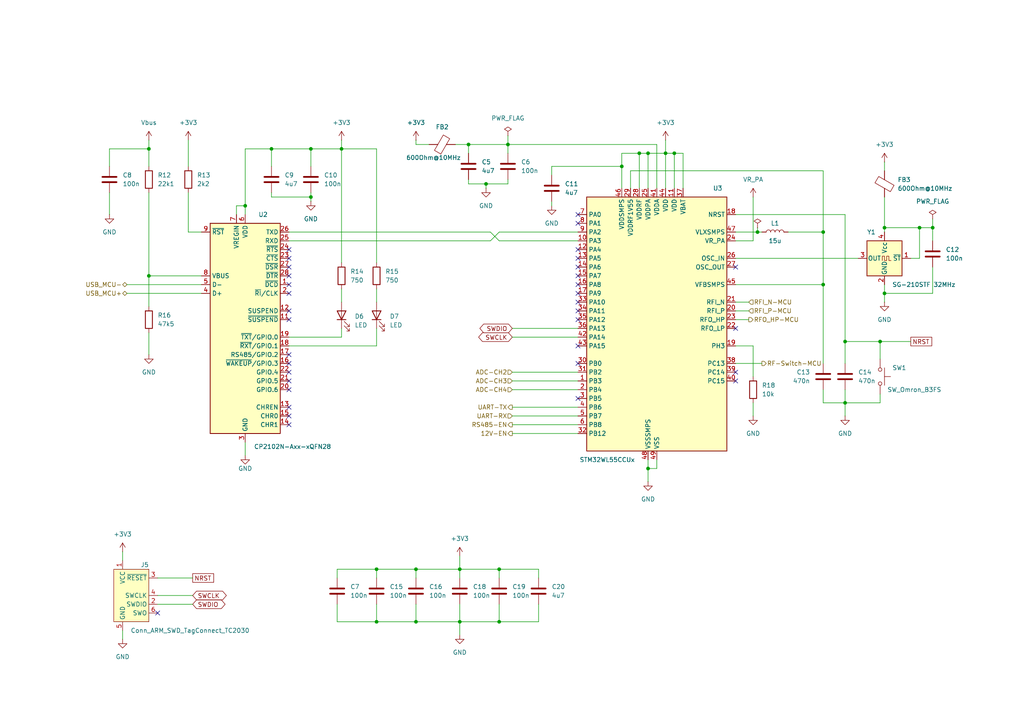
<source format=kicad_sch>
(kicad_sch (version 20250114) (generator "eeschema") (generator_version "9.0")
  (paper "A4")
  (lib_symbols
    (symbol "Connector:Conn_ARM_SWD_TagConnect_TC2030" (in_bom no)
      (property "Reference" "J" (at 2.54 11.43 0))
      (property "Value" "Conn_ARM_SWD_TagConnect_TC2030" (at 5.08 8.89 0))
      (symbol "Conn_ARM_SWD_TagConnect_TC2030_0_0"
        (pin power_in line (at -2.54 10.16 270) (length 2.54) (name "VCC") (number "1"))
        (pin power_in line (at -2.54 -10.16 90) (length 2.54) (name "GND") (number "5"))
        (pin open_collector line (at 7.62 5.08 180) (length 2.54) (name "~{RESET}") (number "3"))
        (pin output line (at 7.62 0 180) (length 2.54) (name "SWCLK") (number "4"))
        (pin bidirectional line (at 7.62 -2.54 180) (length 2.54) (name "SWDIO") (number "2"))
        (pin input line (at 7.62 -5.08 180) (length 2.54) (name "SWO") (number "6"))
      )
      (symbol "Conn_ARM_SWD_TagConnect_TC2030_0_1"
        (rectangle (start -5.08 7.62) (end 5.08 -7.62) (fill (type background)))
      )
    )
    (symbol "Device:C" (pin_numbers (hide yes)) (pin_names (offset 0.254))
      (property "Reference" "C" (at 0.635 2.54 0))
      (property "Value" "C" (at 0.635 -2.54 0))
      (symbol "C_0_1"
        (polyline (pts (xy -2.032 0.762) (xy 2.032 0.762)) (stroke (width 0.508)))
        (polyline (pts (xy -2.032 -0.762) (xy 2.032 -0.762)) (stroke (width 0.508)))
      )
      (symbol "C_1_1"
        (pin passive line (at 0 3.81 270) (length 2.794) (name "~") (number "1"))
        (pin passive line (at 0 -3.81 90) (length 2.794) (name "~") (number "2"))
      )
    )
    (symbol "Device:FerriteBead" (pin_numbers (hide yes)) (pin_names (offset 0))
      (property "Reference" "FB" (at -3.81 0.635 90))
      (property "Value" "FerriteBead" (at 3.81 0 90))
      (symbol "FerriteBead_0_1"
        (polyline (pts (xy -2.7686 0.4064) (xy -1.7018 2.2606) (xy 2.7686 -0.3048) (xy 1.6764 -2.159) (xy -2.7686 0.4064)))
        (polyline (pts (xy 0 1.27) (xy 0 1.2954)))
        (polyline (pts (xy 0 -1.27) (xy 0 -1.2192)))
      )
      (symbol "FerriteBead_1_1"
        (pin passive line (at 0 3.81 270) (length 2.54) (name "~") (number "1"))
        (pin passive line (at 0 -3.81 90) (length 2.54) (name "~") (number "2"))
      )
    )
    (symbol "Device:L" (pin_numbers (hide yes)) (pin_names (offset 1.016) (hide yes))
      (property "Reference" "L" (at -1.27 0 90))
      (property "Value" "L" (at 1.905 0 90))
      (symbol "L_0_1"
        (arc (start 0 2.54) (mid 0.6323 1.905) (end 0 1.27))
        (arc (start 0 1.27) (mid 0.6323 0.635) (end 0 0))
        (arc (start 0 0) (mid 0.6323 -0.635) (end 0 -1.27))
        (arc (start 0 -1.27) (mid 0.6323 -1.905) (end 0 -2.54))
      )
      (symbol "L_1_1"
        (pin passive line (at 0 3.81 270) (length 1.27) (name "1") (number "1"))
        (pin passive line (at 0 -3.81 90) (length 1.27) (name "2") (number "2"))
      )
    )
    (symbol "Device:LED" (pin_numbers (hide yes)) (pin_names (offset 1.016) (hide yes))
      (property "Reference" "D" (at 0 2.54 0))
      (property "Value" "LED" (at 0 -2.54 0))
      (symbol "LED_0_1"
        (polyline (pts (xy -3.048 -0.762) (xy -4.572 -2.286) (xy -3.81 -2.286) (xy -4.572 -2.286) (xy -4.572 -1.524)))
        (polyline (pts (xy -1.778 -0.762) (xy -3.302 -2.286) (xy -2.54 -2.286) (xy -3.302 -2.286) (xy -3.302 -1.524)))
        (polyline (pts (xy -1.27 0) (xy 1.27 0)))
        (polyline (pts (xy -1.27 -1.27) (xy -1.27 1.27)) (stroke (width 0.254)))
        (polyline (pts (xy 1.27 -1.27) (xy 1.27 1.27) (xy -1.27 0) (xy 1.27 -1.27)) (stroke (width 0.254)))
      )
      (symbol "LED_1_1"
        (pin passive line (at -3.81 0 0) (length 2.54) (name "K") (number "1"))
        (pin passive line (at 3.81 0 180) (length 2.54) (name "A") (number "2"))
      )
    )
    (symbol "Device:R" (pin_numbers (hide yes)) (pin_names (offset 0))
      (property "Reference" "R" (at 2.032 0 90))
      (property "Value" "R" (at 0 0 90))
      (symbol "R_0_1"
        (rectangle (start -1.016 -2.54) (end 1.016 2.54) (stroke (width 0.254)))
      )
      (symbol "R_1_1"
        (pin passive line (at 0 3.81 270) (length 1.27) (name "~") (number "1"))
        (pin passive line (at 0 -3.81 90) (length 1.27) (name "~") (number "2"))
      )
    )
    (symbol "FerriteBead_1" (pin_numbers (hide yes)) (pin_names (offset 0))
      (property "Reference" "FB2" (at 5.08 0 90))
      (property "Value" "600Ohm@10MHz" (at -3.81 2.54 90))
      (symbol "FerriteBead_1_0_1"
        (polyline (pts (xy -2.7686 0.4064) (xy -1.7018 2.2606) (xy 2.7686 -0.3048) (xy 1.6764 -2.159) (xy -2.7686 0.4064)))
        (polyline (pts (xy 0 1.27) (xy 0 1.2954)))
        (polyline (pts (xy 0 -1.27) (xy 0 -1.2192)))
      )
      (symbol "FerriteBead_1_1_1"
        (pin passive line (at 0 3.81 270) (length 2.54) (name "~") (number "1"))
        (pin passive line (at 0 -3.81 90) (length 2.54) (name "~") (number "2"))
      )
    )
    (symbol "Interface_USB:CP2102N-Axx-xQFN28"
      (property "Reference" "U" (at -8.89 31.75 0))
      (property "Value" "CP2102N-Axx-xQFN28" (at 12.7 31.75 0))
      (symbol "CP2102N-Axx-xQFN28_0_1"
        (rectangle (start -10.16 30.48) (end 10.16 -30.48) (stroke (width 0.254)) (fill (type background)))
      )
      (symbol "CP2102N-Axx-xQFN28_1_1"
        (pin input line (at -12.7 27.94 0) (length 2.54) (name "~{RST}") (number "9"))
        (pin input line (at -12.7 15.24 0) (length 2.54) (name "VBUS") (number "8"))
        (pin bidirectional line (at -12.7 12.7 0) (length 2.54) (name "D-") (number "5"))
        (pin bidirectional line (at -12.7 10.16 0) (length 2.54) (name "D+") (number "4"))
        (pin no_connect line (at -10.16 -27.94 0) (length 2.54) (hide yes) (name "NC") (number "10"))
        (pin power_in line (at -2.54 33.02 270) (length 2.54) (name "VREGIN") (number "7"))
        (pin power_in line (at 0 33.02 270) (length 2.54) (name "VDD") (number "6"))
        (pin passive line (at 0 -33.02 90) (length 2.54) (hide yes) (name "GND") (number "29"))
        (pin power_in line (at 0 -33.02 90) (length 2.54) (name "GND") (number "3"))
        (pin output line (at 12.7 27.94 180) (length 2.54) (name "TXD") (number "26"))
        (pin input line (at 12.7 25.4 180) (length 2.54) (name "RXD") (number "25"))
        (pin output line (at 12.7 22.86 180) (length 2.54) (name "~{RTS}") (number "24"))
        (pin input line (at 12.7 20.32 180) (length 2.54) (name "~{CTS}") (number "23"))
        (pin input line (at 12.7 17.78 180) (length 2.54) (name "~{DSR}") (number "27"))
        (pin output line (at 12.7 15.24 180) (length 2.54) (name "~{DTR}") (number "28"))
        (pin input line (at 12.7 12.7 180) (length 2.54) (name "~{DCD}") (number "1"))
        (pin bidirectional line (at 12.7 10.16 180) (length 2.54) (name "~{RI}/CLK") (number "2"))
        (pin output line (at 12.7 5.08 180) (length 2.54) (name "SUSPEND") (number "12"))
        (pin output line (at 12.7 2.54 180) (length 2.54) (name "~{SUSPEND}") (number "11"))
        (pin bidirectional line (at 12.7 -2.54 180) (length 2.54) (name "~{TXT}/GPIO.0") (number "19"))
        (pin bidirectional line (at 12.7 -5.08 180) (length 2.54) (name "~{RXT}/GPIO.1") (number "18"))
        (pin bidirectional line (at 12.7 -7.62 180) (length 2.54) (name "RS485/GPIO.2") (number "17"))
        (pin bidirectional line (at 12.7 -10.16 180) (length 2.54) (name "~{WAKEUP}/GPIO.3") (number "16"))
        (pin bidirectional line (at 12.7 -12.7 180) (length 2.54) (name "GPIO.4") (number "22"))
        (pin bidirectional line (at 12.7 -15.24 180) (length 2.54) (name "GPIO.5") (number "21"))
        (pin bidirectional line (at 12.7 -17.78 180) (length 2.54) (name "GPIO.6") (number "20"))
        (pin output line (at 12.7 -22.86 180) (length 2.54) (name "CHREN") (number "13"))
        (pin output line (at 12.7 -25.4 180) (length 2.54) (name "CHR0") (number "15"))
        (pin output line (at 12.7 -27.94 180) (length 2.54) (name "CHR1") (number "14"))
      )
    )
    (symbol "MCU_ST_STM32WL:STM32WL55CCUx"
      (property "Reference" "U3" (at -19.05 40.64 0))
      (property "Value" "STM32WL55CCUx" (at 6.35 -38.1 0))
      (symbol "STM32WL55CCUx_0_1"
        (rectangle (start -20.32 -35.56) (end 20.32 38.1) (stroke (width 0.254)) (fill (type background)))
      )
      (symbol "STM32WL55CCUx_1_1"
        (pin input line (at -22.86 33.02 0) (length 2.54) (name "NRST") (number "18"))
        (pin power_in line (at -22.86 27.94 0) (length 2.54) (name "VLXSMPS") (number "47"))
        (pin power_out line (at -22.86 25.4 0) (length 2.54) (name "VR_PA") (number "24"))
        (pin input line (at -22.86 20.32 0) (length 2.54) (name "OSC_IN") (number "26"))
        (pin input line (at -22.86 17.78 0) (length 2.54) (name "OSC_OUT") (number "27"))
        (pin power_out line (at -22.86 12.7 0) (length 2.54) (name "VFBSMPS") (number "45"))
        (pin bidirectional line (at -22.86 7.62 0) (length 2.54) (name "RFI_N") (number "21"))
        (pin bidirectional line (at -22.86 5.08 0) (length 2.54) (name "RFI_P") (number "20"))
        (pin bidirectional line (at -22.86 2.54 0) (length 2.54) (name "RFO_HP") (number "23"))
        (pin bidirectional line (at -22.86 0 0) (length 2.54) (name "RFO_LP") (number "22"))
        (pin bidirectional line (at -22.86 -5.08 0) (length 2.54) (name "PH3") (number "19"))
        (pin bidirectional line (at -22.86 -10.16 0) (length 2.54) (name "PC13") (number "38"))
        (pin bidirectional line (at -22.86 -12.7 0) (length 2.54) (name "PC14") (number "39"))
        (pin bidirectional line (at -22.86 -15.24 0) (length 2.54) (name "PC15") (number "40"))
        (pin power_in line (at -7.62 40.64 270) (length 2.54) (name "VBAT") (number "37"))
        (pin power_in line (at -5.08 40.64 270) (length 2.54) (name "VDD") (number "11"))
        (pin power_in line (at -2.54 40.64 270) (length 2.54) (name "VDD") (number "44"))
        (pin power_in line (at 0 40.64 270) (length 2.54) (name "VDDA") (number "41"))
        (pin power_in line (at 0 -38.1 90) (length 2.54) (name "VSS") (number "49"))
        (pin power_in line (at 2.54 40.64 270) (length 2.54) (name "VDDPA") (number "25"))
        (pin power_in line (at 2.54 -38.1 90) (length 2.54) (name "VSSSMPS") (number "48"))
        (pin power_in line (at 5.08 40.64 270) (length 2.54) (name "VDDRF") (number "28"))
        (pin power_in line (at 7.62 40.64 270) (length 2.54) (name "VDDRF1V55") (number "29"))
        (pin power_in line (at 10.16 40.64 270) (length 2.54) (name "VDDSMPS") (number "46"))
        (pin bidirectional line (at 22.86 33.02 180) (length 2.54) (name "PA0") (number "7"))
        (pin bidirectional line (at 22.86 30.48 180) (length 2.54) (name "PA1") (number "8"))
        (pin bidirectional line (at 22.86 27.94 180) (length 2.54) (name "PA2") (number "9"))
        (pin bidirectional line (at 22.86 25.4 180) (length 2.54) (name "PA3") (number "10"))
        (pin bidirectional line (at 22.86 22.86 180) (length 2.54) (name "PA4") (number "12"))
        (pin bidirectional line (at 22.86 20.32 180) (length 2.54) (name "PA5") (number "13"))
        (pin bidirectional line (at 22.86 17.78 180) (length 2.54) (name "PA6") (number "14"))
        (pin bidirectional line (at 22.86 15.24 180) (length 2.54) (name "PA7") (number "15"))
        (pin bidirectional line (at 22.86 12.7 180) (length 2.54) (name "PA8") (number "16"))
        (pin bidirectional line (at 22.86 10.16 180) (length 2.54) (name "PA9") (number "17"))
        (pin bidirectional line (at 22.86 7.62 180) (length 2.54) (name "PA10") (number "33"))
        (pin bidirectional line (at 22.86 5.08 180) (length 2.54) (name "PA11") (number "34"))
        (pin bidirectional line (at 22.86 2.54 180) (length 2.54) (name "PA12") (number "35"))
        (pin bidirectional line (at 22.86 0 180) (length 2.54) (name "PA13") (number "36"))
        (pin bidirectional line (at 22.86 -2.54 180) (length 2.54) (name "PA14") (number "42"))
        (pin bidirectional line (at 22.86 -5.08 180) (length 2.54) (name "PA15") (number "43"))
        (pin bidirectional line (at 22.86 -10.16 180) (length 2.54) (name "PB0") (number "30"))
        (pin bidirectional line (at 22.86 -12.7 180) (length 2.54) (name "PB2") (number "31"))
        (pin bidirectional line (at 22.86 -15.24 180) (length 2.54) (name "PB3") (number "1"))
        (pin bidirectional line (at 22.86 -17.78 180) (length 2.54) (name "PB4") (number "2"))
        (pin bidirectional line (at 22.86 -20.32 180) (length 2.54) (name "PB5") (number "3"))
        (pin bidirectional line (at 22.86 -22.86 180) (length 2.54) (name "PB6") (number "4"))
        (pin bidirectional line (at 22.86 -25.4 180) (length 2.54) (name "PB7") (number "5"))
        (pin bidirectional line (at 22.86 -27.94 180) (length 2.54) (name "PB8") (number "6"))
        (pin bidirectional line (at 22.86 -30.48 180) (length 2.54) (name "PB12") (number "32"))
      )
    )
    (symbol "Oscillator:SG-210STF" (pin_names (offset 0.254))
      (property "Reference" "Y" (at -5.08 6.35 0))
      (property "Value" "SG-210STF" (at 1.27 -6.35 0))
      (symbol "SG-210STF_0_1"
        (rectangle (start -5.08 5.08) (end 5.08 -5.08) (stroke (width 0.254)) (fill (type background)))
        (polyline (pts (xy -1.905 -0.635) (xy -1.27 -0.635) (xy -1.27 0.635) (xy -0.635 0.635) (xy -0.635 -0.635) (xy 0 -0.635) (xy 0 0.635) (xy 0.635 0.635) (xy 0.635 -0.635)))
      )
      (symbol "SG-210STF_1_1"
        (pin input line (at -7.62 0 0) (length 2.54) (name "~{ST}") (number "1"))
        (pin power_in line (at 0 7.62 270) (length 2.54) (name "Vcc") (number "4"))
        (pin power_in line (at 0 -7.62 90) (length 2.54) (name "GND") (number "2"))
        (pin output line (at 7.62 0 180) (length 2.54) (name "OUT") (number "3"))
      )
    )
    (symbol "Switch:SW_Omron_B3FS" (pin_numbers (hide yes)) (pin_names (offset 1.016) (hide yes))
      (property "Reference" "SW" (at 1.27 2.54 0))
      (property "Value" "SW_Omron_B3FS" (at 0 -1.524 0))
      (symbol "SW_Omron_B3FS_0_1"
        (circle (center -2.032 0) (radius 0.508))
        (polyline (pts (xy 0 1.27) (xy 0 3.048)))
        (circle (center 2.032 0) (radius 0.508))
        (polyline (pts (xy 2.54 1.27) (xy -2.54 1.27)))
        (pin passive line (at -5.08 0 0) (length 2.54) (name "1") (number "1"))
        (pin passive line (at 5.08 0 180) (length 2.54) (name "2") (number "2"))
      )
    )
    (symbol "power:+5V" (power) (pin_numbers (hide yes)) (pin_names (offset 0) (hide yes))
      (property "Value" "+5V" (at 0 3.556 0))
      (symbol "+5V_0_1"
        (polyline (pts (xy -0.762 1.27) (xy 0 2.54)))
        (polyline (pts (xy 0 2.54) (xy 0.762 1.27)))
        (polyline (pts (xy 0 0) (xy 0 2.54)))
      )
      (symbol "+5V_1_1"
        (pin power_in line (at 0 0 90) (length 0) (name "~") (number "1"))
      )
    )
    (symbol "power:GND" (power) (pin_numbers (hide yes)) (pin_names (offset 0) (hide yes))
      (property "Value" "GND" (at 0 -3.81 0))
      (symbol "GND_0_1"
        (polyline (pts (xy 0 0) (xy 0 -1.27) (xy 1.27 -1.27) (xy 0 -2.54) (xy -1.27 -1.27) (xy 0 -1.27)))
      )
      (symbol "GND_1_1"
        (pin power_in line (at 0 0 270) (length 0) (name "~") (number "1"))
      )
    )
    (symbol "power:PWR_FLAG" (power) (pin_numbers (hide yes)) (pin_names (offset 0) (hide yes))
      (property "Value" "PWR_FLAG" (at 0 3.81 0))
      (symbol "PWR_FLAG_0_0"
        (pin power_out line (at 0 0 90) (length 0) (name "~") (number "1"))
      )
      (symbol "PWR_FLAG_0_1"
        (polyline (pts (xy 0 0) (xy 0 1.27) (xy -1.016 1.905) (xy 0 2.54) (xy 1.016 1.905) (xy 0 1.27)))
      )
    )
  )
  (junction (at 135.89 41.91))
  (junction (at 133.35 180.34))
  (junction (at 140.97 53.34))
  (junction (at 78.74 43.18))
  (junction (at 185.42 44.45))
  (junction (at 109.22 165.1))
  (junction (at 144.78 165.1))
  (junction (at 245.11 99.06))
  (junction (at 266.7 66.04))
  (junction (at 120.65 165.1))
  (junction (at 147.32 41.91))
  (junction (at 187.96 135.89))
  (junction (at 90.17 43.18))
  (junction (at 99.06 43.18))
  (junction (at 193.04 44.45))
  (junction (at 256.54 66.04))
  (junction (at 238.76 82.55))
  (junction (at 255.27 99.06))
  (junction (at 133.35 165.1))
  (junction (at 144.78 180.34))
  (junction (at 219.71 67.31))
  (junction (at 90.17 57.15))
  (junction (at 120.65 180.34))
  (junction (at 270.51 66.04))
  (junction (at 71.12 59.69))
  (junction (at 187.96 44.45))
  (junction (at 180.34 48.26))
  (junction (at 109.22 180.34))
  (junction (at 256.54 85.09))
  (junction (at 43.18 80.01))
  (junction (at 245.11 116.84))
  (junction (at 238.76 67.31))
  (junction (at 195.58 44.45))
  (junction (at 43.18 43.18))
  (no_connect (at 167.64 62.23))
  (no_connect (at 83.82 110.49))
  (no_connect (at 167.64 92.71))
  (no_connect (at 167.64 100.33))
  (no_connect (at 213.36 107.95))
  (no_connect (at 83.82 92.71))
  (no_connect (at 83.82 120.65))
  (no_connect (at 83.82 105.41))
  (no_connect (at 213.36 77.47))
  (no_connect (at 83.82 85.09))
  (no_connect (at 167.64 77.47))
  (no_connect (at 213.36 110.49))
  (no_connect (at 167.64 72.39))
  (no_connect (at 167.64 85.09))
  (no_connect (at 83.82 102.87))
  (no_connect (at 167.64 74.93))
  (no_connect (at 83.82 118.11))
  (no_connect (at 83.82 72.39))
  (no_connect (at 167.64 64.77))
  (no_connect (at 83.82 123.19))
  (no_connect (at 83.82 107.95))
  (no_connect (at 167.64 87.63))
  (no_connect (at 45.72 177.8))
  (no_connect (at 213.36 95.25))
  (no_connect (at 167.64 82.55))
  (no_connect (at 83.82 90.17))
  (no_connect (at 83.82 80.01))
  (no_connect (at 83.82 77.47))
  (no_connect (at 167.64 90.17))
  (no_connect (at 167.64 80.01))
  (no_connect (at 83.82 113.03))
  (no_connect (at 167.64 105.41))
  (no_connect (at 83.82 82.55))
  (no_connect (at 167.64 115.57))
  (no_connect (at 83.82 74.93))
  (wire (pts (xy 198.12 54.61) (xy 198.12 44.45)))
  (wire (pts (xy 218.44 57.15) (xy 218.44 69.85)))
  (wire (pts (xy 245.11 116.84) (xy 245.11 120.65)))
  (wire (pts (xy 266.7 74.93) (xy 266.7 66.04)))
  (wire (pts (xy 90.17 55.88) (xy 90.17 57.15)))
  (wire (pts (xy 213.36 90.17) (xy 217.17 90.17)))
  (wire (pts (xy 195.58 44.45) (xy 193.04 44.45)))
  (wire (pts (xy 109.22 43.18) (xy 109.22 76.2)))
  (wire (pts (xy 148.59 97.79) (xy 167.64 97.79)))
  (wire (pts (xy 245.11 99.06) (xy 245.11 105.41)))
  (wire (pts (xy 185.42 44.45) (xy 187.96 44.45)))
  (wire (pts (xy 193.04 40.64) (xy 193.04 44.45)))
  (wire (pts (xy 187.96 44.45) (xy 193.04 44.45)))
  (wire (pts (xy 99.06 40.64) (xy 99.06 43.18)))
  (wire (pts (xy 270.51 66.04) (xy 266.7 66.04)))
  (wire (pts (xy 109.22 165.1) (xy 120.65 165.1)))
  (wire (pts (xy 198.12 44.45) (xy 195.58 44.45)))
  (wire (pts (xy 45.72 172.72) (xy 55.88 172.72)))
  (wire (pts (xy 68.58 62.23) (xy 68.58 59.69)))
  (wire (pts (xy 99.06 43.18) (xy 109.22 43.18)))
  (wire (pts (xy 148.59 125.73) (xy 167.64 125.73)))
  (wire (pts (xy 245.11 62.23) (xy 245.11 99.06)))
  (wire (pts (xy 78.74 57.15) (xy 90.17 57.15)))
  (wire (pts (xy 255.27 116.84) (xy 245.11 116.84)))
  (wire (pts (xy 140.97 53.34) (xy 140.97 54.61)))
  (wire (pts (xy 109.22 167.64) (xy 109.22 165.1)))
  (wire (pts (xy 71.12 128.27) (xy 71.12 132.08)))
  (wire (pts (xy 133.35 180.34) (xy 144.78 180.34)))
  (wire (pts (xy 147.32 53.34) (xy 140.97 53.34)))
  (wire (pts (xy 54.61 40.64) (xy 54.61 48.26)))
  (wire (pts (xy 71.12 43.18) (xy 71.12 59.69)))
  (wire (pts (xy 228.6 67.31) (xy 238.76 67.31)))
  (wire (pts (xy 213.36 87.63) (xy 217.17 87.63)))
  (wire (pts (xy 135.89 41.91) (xy 147.32 41.91)))
  (wire (pts (xy 180.34 48.26) (xy 180.34 44.45)))
  (wire (pts (xy 99.06 83.82) (xy 99.06 87.63)))
  (wire (pts (xy 160.02 50.8) (xy 160.02 48.26)))
  (wire (pts (xy 135.89 41.91) (xy 135.89 44.45)))
  (wire (pts (xy 132.08 41.91) (xy 135.89 41.91)))
  (wire (pts (xy 43.18 80.01) (xy 58.42 80.01)))
  (wire (pts (xy 78.74 55.88) (xy 78.74 57.15)))
  (wire (pts (xy 99.06 43.18) (xy 99.06 76.2)))
  (wire (pts (xy 245.11 116.84) (xy 238.76 116.84)))
  (wire (pts (xy 270.51 77.47) (xy 270.51 85.09)))
  (wire (pts (xy 90.17 57.15) (xy 90.17 58.42)))
  (wire (pts (xy 54.61 67.31) (xy 58.42 67.31)))
  (wire (pts (xy 135.89 52.07) (xy 135.89 53.34)))
  (wire (pts (xy 36.83 85.09) (xy 58.42 85.09)))
  (wire (pts (xy 156.21 180.34) (xy 156.21 175.26)))
  (wire (pts (xy 219.71 66.04) (xy 219.71 67.31)))
  (wire (pts (xy 120.65 41.91) (xy 120.65 40.64)))
  (wire (pts (xy 97.79 165.1) (xy 109.22 165.1)))
  (wire (pts (xy 255.27 99.06) (xy 264.16 99.06)))
  (wire (pts (xy 43.18 43.18) (xy 43.18 48.26)))
  (wire (pts (xy 144.78 69.85) (xy 167.64 69.85)))
  (wire (pts (xy 78.74 43.18) (xy 90.17 43.18)))
  (wire (pts (xy 213.36 82.55) (xy 238.76 82.55)))
  (wire (pts (xy 109.22 100.33) (xy 83.82 100.33)))
  (wire (pts (xy 120.65 165.1) (xy 133.35 165.1)))
  (wire (pts (xy 213.36 69.85) (xy 218.44 69.85)))
  (wire (pts (xy 83.82 69.85) (xy 142.24 69.85)))
  (wire (pts (xy 238.76 82.55) (xy 238.76 105.41)))
  (wire (pts (xy 213.36 105.41) (xy 220.98 105.41)))
  (wire (pts (xy 43.18 40.64) (xy 43.18 43.18)))
  (wire (pts (xy 238.76 49.53) (xy 238.76 67.31)))
  (wire (pts (xy 193.04 44.45) (xy 193.04 54.61)))
  (wire (pts (xy 185.42 54.61) (xy 185.42 44.45)))
  (wire (pts (xy 264.16 74.93) (xy 266.7 74.93)))
  (wire (pts (xy 43.18 80.01) (xy 43.18 88.9)))
  (wire (pts (xy 144.78 165.1) (xy 133.35 165.1)))
  (wire (pts (xy 148.59 107.95) (xy 167.64 107.95)))
  (wire (pts (xy 218.44 100.33) (xy 218.44 109.22)))
  (wire (pts (xy 187.96 133.35) (xy 187.96 135.89)))
  (wire (pts (xy 256.54 46.99) (xy 256.54 49.53)))
  (wire (pts (xy 180.34 44.45) (xy 185.42 44.45)))
  (wire (pts (xy 148.59 118.11) (xy 167.64 118.11)))
  (wire (pts (xy 71.12 43.18) (xy 78.74 43.18)))
  (wire (pts (xy 144.78 167.64) (xy 144.78 165.1)))
  (wire (pts (xy 167.64 67.31) (xy 144.78 67.31)))
  (wire (pts (xy 213.36 62.23) (xy 245.11 62.23)))
  (wire (pts (xy 43.18 55.88) (xy 43.18 80.01)))
  (wire (pts (xy 147.32 39.37) (xy 147.32 41.91)))
  (wire (pts (xy 190.5 133.35) (xy 190.5 135.89)))
  (wire (pts (xy 68.58 59.69) (xy 71.12 59.69)))
  (wire (pts (xy 45.72 175.26) (xy 55.88 175.26)))
  (wire (pts (xy 83.82 67.31) (xy 142.24 67.31)))
  (wire (pts (xy 180.34 48.26) (xy 180.34 54.61)))
  (wire (pts (xy 31.75 55.88) (xy 31.75 62.23)))
  (wire (pts (xy 255.27 99.06) (xy 245.11 99.06)))
  (wire (pts (xy 109.22 95.25) (xy 109.22 100.33)))
  (wire (pts (xy 147.32 53.34) (xy 147.32 52.07)))
  (wire (pts (xy 182.88 54.61) (xy 182.88 49.53)))
  (wire (pts (xy 144.78 67.31) (xy 142.24 69.85)))
  (wire (pts (xy 147.32 41.91) (xy 190.5 41.91)))
  (wire (pts (xy 219.71 67.31) (xy 220.98 67.31)))
  (wire (pts (xy 54.61 55.88) (xy 54.61 67.31)))
  (wire (pts (xy 90.17 43.18) (xy 90.17 48.26)))
  (wire (pts (xy 190.5 41.91) (xy 190.5 54.61)))
  (wire (pts (xy 99.06 97.79) (xy 83.82 97.79)))
  (wire (pts (xy 156.21 165.1) (xy 144.78 165.1)))
  (wire (pts (xy 120.65 167.64) (xy 120.65 165.1)))
  (wire (pts (xy 238.76 67.31) (xy 238.76 82.55)))
  (wire (pts (xy 43.18 96.52) (xy 43.18 102.87)))
  (wire (pts (xy 71.12 62.23) (xy 71.12 59.69)))
  (wire (pts (xy 148.59 95.25) (xy 167.64 95.25)))
  (wire (pts (xy 97.79 180.34) (xy 109.22 180.34)))
  (wire (pts (xy 148.59 110.49) (xy 167.64 110.49)))
  (wire (pts (xy 147.32 41.91) (xy 147.32 44.45)))
  (wire (pts (xy 256.54 66.04) (xy 256.54 67.31)))
  (wire (pts (xy 190.5 135.89) (xy 187.96 135.89)))
  (wire (pts (xy 31.75 43.18) (xy 43.18 43.18)))
  (wire (pts (xy 135.89 53.34) (xy 140.97 53.34)))
  (wire (pts (xy 120.65 175.26) (xy 120.65 180.34)))
  (wire (pts (xy 256.54 66.04) (xy 266.7 66.04)))
  (wire (pts (xy 133.35 161.29) (xy 133.35 165.1)))
  (wire (pts (xy 156.21 167.64) (xy 156.21 165.1)))
  (wire (pts (xy 133.35 175.26) (xy 133.35 180.34)))
  (wire (pts (xy 256.54 57.15) (xy 256.54 66.04)))
  (wire (pts (xy 270.51 69.85) (xy 270.51 66.04)))
  (wire (pts (xy 109.22 83.82) (xy 109.22 87.63)))
  (wire (pts (xy 148.59 113.03) (xy 167.64 113.03)))
  (wire (pts (xy 148.59 123.19) (xy 167.64 123.19)))
  (wire (pts (xy 144.78 180.34) (xy 156.21 180.34)))
  (wire (pts (xy 195.58 54.61) (xy 195.58 44.45)))
  (wire (pts (xy 97.79 167.64) (xy 97.79 165.1)))
  (wire (pts (xy 245.11 113.03) (xy 245.11 116.84)))
  (wire (pts (xy 144.78 175.26) (xy 144.78 180.34)))
  (wire (pts (xy 187.96 54.61) (xy 187.96 44.45)))
  (wire (pts (xy 99.06 95.25) (xy 99.06 97.79)))
  (wire (pts (xy 36.83 82.55) (xy 58.42 82.55)))
  (wire (pts (xy 270.51 85.09) (xy 256.54 85.09)))
  (wire (pts (xy 238.76 113.03) (xy 238.76 116.84)))
  (wire (pts (xy 213.36 74.93) (xy 248.92 74.93)))
  (wire (pts (xy 213.36 100.33) (xy 218.44 100.33)))
  (wire (pts (xy 142.24 67.31) (xy 144.78 69.85)))
  (wire (pts (xy 109.22 180.34) (xy 120.65 180.34)))
  (wire (pts (xy 182.88 49.53) (xy 238.76 49.53)))
  (wire (pts (xy 255.27 114.3) (xy 255.27 116.84)))
  (wire (pts (xy 90.17 43.18) (xy 99.06 43.18)))
  (wire (pts (xy 256.54 82.55) (xy 256.54 85.09)))
  (wire (pts (xy 45.72 167.64) (xy 55.88 167.64)))
  (wire (pts (xy 133.35 180.34) (xy 133.35 184.15)))
  (wire (pts (xy 160.02 58.42) (xy 160.02 59.69)))
  (wire (pts (xy 133.35 167.64) (xy 133.35 165.1)))
  (wire (pts (xy 160.02 48.26) (xy 180.34 48.26)))
  (wire (pts (xy 256.54 85.09) (xy 256.54 87.63)))
  (wire (pts (xy 213.36 67.31) (xy 219.71 67.31)))
  (wire (pts (xy 109.22 175.26) (xy 109.22 180.34)))
  (wire (pts (xy 270.51 63.5) (xy 270.51 66.04)))
  (wire (pts (xy 148.59 120.65) (xy 167.64 120.65)))
  (wire (pts (xy 124.46 41.91) (xy 120.65 41.91)))
  (wire (pts (xy 255.27 104.14) (xy 255.27 99.06)))
  (wire (pts (xy 35.56 182.88) (xy 35.56 185.42)))
  (wire (pts (xy 187.96 135.89) (xy 187.96 139.7)))
  (wire (pts (xy 213.36 92.71) (xy 217.17 92.71)))
  (wire (pts (xy 218.44 116.84) (xy 218.44 120.65)))
  (wire (pts (xy 120.65 180.34) (xy 133.35 180.34)))
  (wire (pts (xy 78.74 43.18) (xy 78.74 48.26)))
  (wire (pts (xy 31.75 43.18) (xy 31.75 48.26)))
  (wire (pts (xy 97.79 175.26) (xy 97.79 180.34)))
  (wire (pts (xy 35.56 160.02) (xy 35.56 162.56)))
  (global_label "NRST" (shape passive) (at 264.16 99.06 0) (property "Intersheetrefs" "${INTERSHEET_REFS}" (effects (hide yes))))
  (global_label "NRST" (shape passive) (at 55.88 167.64 0) (property "Intersheetrefs" "${INTERSHEET_REFS}" (effects (hide yes))))
  (global_label "SWCLK" (shape bidirectional) (at 148.59 97.79 180) (property "Intersheetrefs" "${INTERSHEET_REFS}" (effects (hide yes))))
  (global_label "SWCLK" (shape bidirectional) (at 55.88 172.72 0) (property "Intersheetrefs" "${INTERSHEET_REFS}" (effects (hide yes))))
  (global_label "SWDIO" (shape bidirectional) (at 148.59 95.25 180) (property "Intersheetrefs" "${INTERSHEET_REFS}" (effects (hide yes))))
  (global_label "SWDIO" (shape bidirectional) (at 55.88 175.26 0) (property "Intersheetrefs" "${INTERSHEET_REFS}" (effects (hide yes))))
  (hierarchical_label "UART-TX" (shape output) (at 148.59 118.11 180))
  (hierarchical_label "RFI_N-MCU" (shape input) (at 217.17 87.63 0))
  (hierarchical_label "ADC-CH4" (shape input) (at 148.59 113.03 180))
  (hierarchical_label "ADC-CH2" (shape input) (at 148.59 107.95 180))
  (hierarchical_label "UART-RX" (shape input) (at 148.59 120.65 180))
  (hierarchical_label "RFI_P-MCU" (shape input) (at 217.17 90.17 0))
  (hierarchical_label "USB_MCU-" (shape bidirectional) (at 36.83 82.55 180))
  (hierarchical_label "USB_MCU+" (shape bidirectional) (at 36.83 85.09 180))
  (hierarchical_label "RFO_HP-MCU" (shape output) (at 217.17 92.71 0))
  (hierarchical_label "RF-Switch-MCU" (shape output) (at 220.98 105.41 0))
  (hierarchical_label "ADC-CH3" (shape input) (at 148.59 110.49 180))
  (hierarchical_label "12V-EN" (shape output) (at 148.59 125.73 180))
  (hierarchical_label "RS485-EN" (shape output) (at 148.59 123.19 180))
  (symbol (lib_id "Device:C") (at 78.74 52.07 0) (unit 1)
    (property "Reference" "C9" (at 82.55 50.7999 0) (effects (justify left)))
    (property "Value" "4u7" (at 82.55 53.34 0) (effects (justify left)))
    (property "Footprint" "Capacitor_SMD:C_0603_1608Metric" (effects (hide yes)))
    (property "Description" "Unpolarized capacitor" (effects (hide yes)))
  )
  (symbol (lib_id "MCU_ST_STM32WL:STM32WL55CCUx") (at 190.5 95.25 0) (mirror y) (unit 1)
    (property "Reference" "U3" (at 209.55 54.61 0) (effects (justify left)))
    (property "Value" "STM32WL55CCUx" (at 184.15 133.35 0) (effects (justify left)))
    (property "Footprint" "Package_DFN_QFN:QFN-48-1EP_7x7mm_P0.5mm_EP5.6x5.6mm" (effects (hide yes)))
    (property "Datasheet" "https://www.st.com/resource/en/datasheet/stm32wl55cc.pdf" (effects (hide yes)))
    (property "Description" "STMicroelectronics Arm Cortex-M4 MCU, 256KB flash, 64KB RAM, 48 MHz, 1.8-3.6V, 29 GPIO, UFQFPN48" (effects (hide yes)))
  )
  (symbol (lib_id "Device:FerriteBead") (at 256.54 53.34 180) (unit 1)
    (property "Reference" "FB3" (at 260.35 52.1207 0) (effects (justify right)))
    (property "Value" "600Ohm@10MHz" (at 260.35 54.6607 0) (effects (justify right)))
    (property "Footprint" "Inductor_SMD:L_0603_1608Metric" (effects (hide yes)))
    (property "Description" "Ferrite bead" (effects (hide yes)))
  )
  (symbol (lib_id "power:+5V") (at 256.54 46.99 0) (unit 1)
    (property "Reference" "#PWR020" (effects (hide yes)))
    (property "Value" "+3V3" (at 256.54 41.91 0))
    (property "Description" "Power symbol creates a global label with name \"+5V\"" (effects (hide yes)))
  )
  (symbol (lib_id "power:+5V") (at 133.35 161.29 0) (unit 1)
    (property "Reference" "#PWR034" (effects (hide yes)))
    (property "Value" "+3V3" (at 133.35 156.21 0))
    (property "Description" "Power symbol creates a global label with name \"+5V\"" (effects (hide yes)))
  )
  (symbol (lib_id "power:GND") (at 35.56 185.42 0) (unit 1)
    (property "Reference" "#PWR036" (effects (hide yes)))
    (property "Value" "GND" (at 35.56 190.5 0))
    (property "Description" "Power symbol creates a global label with name \"GND\" , ground" (effects (hide yes)))
  )
  (symbol (lib_id "power:GND") (at 256.54 87.63 0) (unit 1)
    (property "Reference" "#PWR027" (effects (hide yes)))
    (property "Value" "GND" (at 256.54 92.71 0))
    (property "Description" "Power symbol creates a global label with name \"GND\" , ground" (effects (hide yes)))
  )
  (symbol (lib_id "Device:C") (at 133.35 171.45 0) (unit 1)
    (property "Reference" "C18" (at 137.16 170.1799 0) (effects (justify left)))
    (property "Value" "100n" (at 137.16 172.7199 0) (effects (justify left)))
    (property "Footprint" "Capacitor_SMD:C_0603_1608Metric" (effects (hide yes)))
    (property "Description" "Unpolarized capacitor" (effects (hide yes)))
  )
  (symbol (lib_id "power:GND") (at 71.12 132.08 0) (unit 1)
    (property "Reference" "#PWR031" (effects (hide yes)))
    (property "Value" "GND" (at 71.12 135.89 0))
    (property "Description" "Power symbol creates a global label with name \"GND\" , ground" (effects (hide yes)))
  )
  (symbol (lib_id "power:GND") (at 43.18 102.87 0) (unit 1)
    (property "Reference" "#PWR028" (effects (hide yes)))
    (property "Value" "GND" (at 43.18 107.95 0))
    (property "Description" "Power symbol creates a global label with name \"GND\" , ground" (effects (hide yes)))
  )
  (symbol (lib_id "Device:R") (at 54.61 52.07 0) (unit 1)
    (property "Reference" "R13" (at 57.15 50.7999 0) (effects (justify left)))
    (property "Value" "2k2" (at 57.15 53.3399 0) (effects (justify left)))
    (property "Footprint" "Resistor_SMD:R_0603_1608Metric" (effects (hide yes)))
    (property "Description" "Resistor" (effects (hide yes)))
  )
  (symbol (lib_id "Device:R") (at 43.18 92.71 0) (unit 1)
    (property "Reference" "R16" (at 45.72 91.4399 0) (effects (justify left)))
    (property "Value" "47k5" (at 45.72 93.9799 0) (effects (justify left)))
    (property "Footprint" "Resistor_SMD:R_0603_1608Metric" (effects (hide yes)))
    (property "Description" "Resistor" (effects (hide yes)))
  )
  (symbol (lib_id "Device:LED") (at 99.06 91.44 90) (unit 1)
    (property "Reference" "D6" (at 102.87 91.7574 90) (effects (justify right)))
    (property "Value" "LED" (at 102.87 94.2974 90) (effects (justify right)))
    (property "Footprint" "LED_SMD:LED_0603_1608Metric" (effects (hide yes)))
    (property "Description" "Light emitting diode" (effects (hide yes)))
    (property "Sim.Pins" "1=K 2=A" (effects (hide yes)))
  )
  (symbol (lib_id "Device:C") (at 238.76 109.22 0) (mirror y) (unit 1)
    (property "Reference" "C13" (at 234.95 107.9499 0) (effects (justify left)))
    (property "Value" "470n" (at 234.95 110.49 0) (effects (justify left)))
    (property "Footprint" "Capacitor_SMD:C_0603_1608Metric" (effects (hide yes)))
    (property "Description" "Unpolarized capacitor" (effects (hide yes)))
  )
  (symbol (lib_id "Device:R") (at 109.22 80.01 0) (unit 1)
    (property "Reference" "R15" (at 111.76 78.7399 0) (effects (justify left)))
    (property "Value" "750" (at 111.76 81.2799 0) (effects (justify left)))
    (property "Footprint" "Resistor_SMD:R_0603_1608Metric" (effects (hide yes)))
    (property "Description" "Resistor" (effects (hide yes)))
  )
  (symbol (lib_id "Device:C") (at 160.02 54.61 0) (unit 1)
    (property "Reference" "C11" (at 163.83 53.3399 0) (effects (justify left)))
    (property "Value" "4u7" (at 163.83 55.8799 0) (effects (justify left)))
    (property "Footprint" "Capacitor_SMD:C_0603_1608Metric" (effects (hide yes)))
    (property "Description" "Unpolarized capacitor" (effects (hide yes)))
  )
  (symbol (lib_id "power:PWR_FLAG") (at 270.51 63.5 0) (unit 1)
    (property "Reference" "#FLG03" (effects (hide yes)))
    (property "Value" "PWR_FLAG" (at 270.51 58.42 0))
    (property "Description" "Special symbol for telling ERC where power comes from" (effects (hide yes)))
  )
  (symbol (lib_id "Device:LED") (at 109.22 91.44 90) (unit 1)
    (property "Reference" "D7" (at 113.03 91.7574 90) (effects (justify right)))
    (property "Value" "LED" (at 113.03 94.2974 90) (effects (justify right)))
    (property "Footprint" "LED_SMD:LED_0603_1608Metric" (effects (hide yes)))
    (property "Description" "Light emitting diode" (effects (hide yes)))
    (property "Sim.Pins" "1=K 2=A" (effects (hide yes)))
  )
  (symbol (lib_id "Device:C") (at 144.78 171.45 0) (unit 1)
    (property "Reference" "C19" (at 148.59 170.1799 0) (effects (justify left)))
    (property "Value" "100n" (at 148.59 172.7199 0) (effects (justify left)))
    (property "Footprint" "Capacitor_SMD:C_0603_1608Metric" (effects (hide yes)))
    (property "Description" "Unpolarized capacitor" (effects (hide yes)))
  )
  (symbol (lib_id "power:GND") (at 218.44 120.65 0) (unit 1)
    (property "Reference" "#PWR029" (effects (hide yes)))
    (property "Value" "GND" (at 218.44 125.73 0))
    (property "Description" "Power symbol creates a global label with name \"GND\" , ground" (effects (hide yes)))
  )
  (symbol (lib_id "Device:C") (at 156.21 171.45 0) (unit 1)
    (property "Reference" "C20" (at 160.02 170.1799 0) (effects (justify left)))
    (property "Value" "4u7" (at 160.02 172.7199 0) (effects (justify left)))
    (property "Footprint" "Capacitor_SMD:C_0603_1608Metric" (effects (hide yes)))
    (property "Description" "Unpolarized capacitor" (effects (hide yes)))
  )
  (symbol (lib_id "power:+5V") (at 193.04 40.64 0) (unit 1)
    (property "Reference" "#PWR019" (effects (hide yes)))
    (property "Value" "+3V3" (at 193.04 35.56 0))
    (property "Description" "Power symbol creates a global label with name \"+5V\"" (effects (hide yes)))
  )
  (symbol (lib_id "Device:C") (at 120.65 171.45 0) (unit 1)
    (property "Reference" "C16" (at 124.46 170.1799 0) (effects (justify left)))
    (property "Value" "100n" (at 124.46 172.7199 0) (effects (justify left)))
    (property "Footprint" "Capacitor_SMD:C_0603_1608Metric" (effects (hide yes)))
    (property "Description" "Unpolarized capacitor" (effects (hide yes)))
  )
  (symbol (lib_id "power:+5V") (at 218.44 57.15 0) (unit 1)
    (property "Reference" "#PWR022" (effects (hide yes)))
    (property "Value" "VR_PA" (at 218.44 52.07 0))
    (property "Description" "Power symbol creates a global label with name \"+5V\"" (effects (hide yes)))
  )
  (symbol (lib_id "Interface_USB:CP2102N-Axx-xQFN28") (at 71.12 95.25 0) (unit 1)
    (property "Reference" "U2" (at 74.93 62.23 0) (effects (justify left)))
    (property "Value" "CP2102N-Axx-xQFN28" (at 73.66 129.54 0) (effects (justify left)))
    (property "Footprint" "Package_DFN_QFN:QFN-28-1EP_5x5mm_P0.5mm_EP3.35x3.35mm" (effects (hide yes)))
    (property "Datasheet" "https://www.silabs.com/documents/public/data-sheets/cp2102n-datasheet.pdf" (effects (hide yes)))
    (property "Description" "USB to UART master bridge, QFN-28" (effects (hide yes)))
  )
  (symbol (lib_id "power:+5V") (at 99.06 40.64 0) (unit 1)
    (property "Reference" "#PWR017" (effects (hide yes)))
    (property "Value" "+3V3" (at 99.06 35.56 0))
    (property "Description" "Power symbol creates a global label with name \"+5V\"" (effects (hide yes)))
  )
  (symbol (lib_id "Connector:Conn_ARM_SWD_TagConnect_TC2030") (at 38.1 172.72 0) (unit 1) (in_bom no)
    (property "Reference" "J5" (at 43.18 163.83 0) (effects (justify right)))
    (property "Value" "Conn_ARM_SWD_TagConnect_TC2030" (at 72.39 182.88 0) (effects (justify right)))
    (property "Footprint" "Connector:Tag-Connect_TC2030-IDC-NL_2x03_P1.27mm_Vertical" (effects (hide yes)))
    (property "Datasheet" "https://www.tag-connect.com/wp-content/uploads/bsk-pdf-manager/TC2030-CTX_1.pdf" (effects (hide yes)))
    (property "Description" "Tag-Connect ARM Cortex SWD JTAG connector, 6 pin" (effects (hide yes)))
  )
  (symbol (lib_id "power:GND") (at 133.35 184.15 0) (unit 1)
    (property "Reference" "#PWR035" (effects (hide yes)))
    (property "Value" "GND" (at 133.35 189.23 0))
    (property "Description" "Power symbol creates a global label with name \"GND\" , ground" (effects (hide yes)))
  )
  (symbol (lib_id "power:+5V") (at 120.65 40.64 0) (unit 1)
    (property "Reference" "#PWR018" (effects (hide yes)))
    (property "Value" "+3V3" (at 120.65 35.56 0))
    (property "Description" "Power symbol creates a global label with name \"+5V\"" (effects (hide yes)))
  )
  (symbol (lib_id "power:PWR_FLAG") (at 219.71 66.04 0) (unit 1)
    (property "Reference" "#FLG05" (effects (hide yes)))
    (property "Value" "PWR_FLAG" (effects (hide yes)))
    (property "Description" "Special symbol for telling ERC where power comes from" (effects (hide yes)))
  )
  (symbol (lib_id "power:GND") (at 245.11 120.65 0) (unit 1)
    (property "Reference" "#PWR030" (effects (hide yes)))
    (property "Value" "GND" (at 245.11 125.73 0))
    (property "Description" "Power symbol creates a global label with name \"GND\" , ground" (effects (hide yes)))
  )
  (symbol (lib_id "Device:C") (at 90.17 52.07 0) (unit 1)
    (property "Reference" "C10" (at 93.98 50.7999 0) (effects (justify left)))
    (property "Value" "100n" (at 93.98 53.3399 0) (effects (justify left)))
    (property "Footprint" "Capacitor_SMD:C_0603_1608Metric" (effects (hide yes)))
    (property "Description" "Unpolarized capacitor" (effects (hide yes)))
  )
  (symbol (lib_id "Device:C") (at 31.75 52.07 0) (unit 1)
    (property "Reference" "C8" (at 35.56 50.7999 0) (effects (justify left)))
    (property "Value" "100n" (at 35.56 53.3399 0) (effects (justify left)))
    (property "Footprint" "Capacitor_SMD:C_0603_1608Metric" (effects (hide yes)))
    (property "Description" "Unpolarized capacitor" (effects (hide yes)))
  )
  (symbol (lib_id "Device:L") (at 224.79 67.31 90) (unit 1)
    (property "Reference" "L1" (at 224.79 64.77 90))
    (property "Value" "15u" (at 224.79 69.85 90))
    (property "Footprint" "Inductor_SMD:L_0805_2012Metric" (effects (hide yes)))
    (property "Description" "Inductor" (effects (hide yes)))
  )
  (symbol (lib_id "Device:C") (at 97.79 171.45 0) (unit 1)
    (property "Reference" "C7" (at 101.6 170.1799 0) (effects (justify left)))
    (property "Value" "100n" (at 101.6 172.7199 0) (effects (justify left)))
    (property "Footprint" "Capacitor_SMD:C_0603_1608Metric" (effects (hide yes)))
    (property "Description" "Unpolarized capacitor" (effects (hide yes)))
  )
  (symbol (lib_id "Device:C") (at 135.89 48.26 0) (unit 1)
    (property "Reference" "C5" (at 139.7 46.9899 0) (effects (justify left)))
    (property "Value" "4u7" (at 139.7 49.53 0) (effects (justify left)))
    (property "Footprint" "Capacitor_SMD:C_0603_1608Metric" (effects (hide yes)))
    (property "Description" "Unpolarized capacitor" (effects (hide yes)))
  )
  (symbol (lib_id "Device:R") (at 99.06 80.01 0) (unit 1)
    (property "Reference" "R14" (at 101.6 78.7399 0) (effects (justify left)))
    (property "Value" "750" (at 101.6 81.2799 0) (effects (justify left)))
    (property "Footprint" "Resistor_SMD:R_0603_1608Metric" (effects (hide yes)))
    (property "Description" "Resistor" (effects (hide yes)))
  )
  (symbol (lib_id "power:+5V") (at 54.61 40.64 0) (unit 1)
    (property "Reference" "#PWR016" (effects (hide yes)))
    (property "Value" "+3V3" (at 54.61 35.56 0))
    (property "Description" "Power symbol creates a global label with name \"+5V\"" (effects (hide yes)))
  )
  (symbol (lib_id "Oscillator:SG-210STF") (at 256.54 74.93 0) (mirror y) (unit 1)
    (property "Reference" "Y1" (at 252.73 67.31 0))
    (property "Value" "SG-210STF 32MHz" (at 267.97 82.55 0))
    (property "Footprint" "Oscillator:Oscillator_SMD_SeikoEpson_SG210-4Pin_2.5x2.0mm" (effects (hide yes)))
    (property "Datasheet" "https://support.epson.biz/td/api/doc_check.php?mode=dl&lang=en&Parts=SG-210STF" (effects (hide yes)))
    (property "Description" "CMOS Crystal Oscillator SPXO" (effects (hide yes)))
  )
  (symbol (lib_id "Device:C") (at 245.11 109.22 0) (unit 1)
    (property "Reference" "C14" (at 248.92 107.9499 0) (effects (justify left)))
    (property "Value" "470n" (at 248.92 110.49 0) (effects (justify left)))
    (property "Footprint" "Capacitor_SMD:C_0603_1608Metric" (effects (hide yes)))
    (property "Description" "Unpolarized capacitor" (effects (hide yes)))
  )
  (symbol (lib_id "power:GND") (at 160.02 59.69 0) (unit 1)
    (property "Reference" "#PWR024" (effects (hide yes)))
    (property "Value" "GND" (at 160.02 64.77 0))
    (property "Description" "Power symbol creates a global label with name \"GND\" , ground" (effects (hide yes)))
  )
  (symbol (lib_id "power:PWR_FLAG") (at 147.32 39.37 0) (unit 1)
    (property "Reference" "#FLG02" (effects (hide yes)))
    (property "Value" "PWR_FLAG" (at 147.32 34.29 0))
    (property "Description" "Special symbol for telling ERC where power comes from" (effects (hide yes)))
  )
  (symbol (lib_id "power:GND") (at 90.17 58.42 0) (unit 1)
    (property "Reference" "#PWR023" (effects (hide yes)))
    (property "Value" "GND" (at 90.17 63.5 0))
    (property "Description" "Power symbol creates a global label with name \"GND\" , ground" (effects (hide yes)))
  )
  (symbol (lib_id "power:GND") (at 140.97 54.61 0) (unit 1)
    (property "Reference" "#PWR021" (effects (hide yes)))
    (property "Value" "GND" (at 140.97 59.69 0))
    (property "Description" "Power symbol creates a global label with name \"GND\" , ground" (effects (hide yes)))
  )
  (symbol (lib_id "Device:R") (at 218.44 113.03 0) (unit 1)
    (property "Reference" "R18" (at 220.98 111.7599 0) (effects (justify left)))
    (property "Value" "10k" (at 220.98 114.2999 0) (effects (justify left)))
    (property "Footprint" "Resistor_SMD:R_0603_1608Metric" (effects (hide yes)))
    (property "Description" "Resistor" (effects (hide yes)))
  )
  (symbol (lib_id "Device:C") (at 147.32 48.26 0) (unit 1)
    (property "Reference" "C6" (at 151.13 46.9899 0) (effects (justify left)))
    (property "Value" "100n" (at 151.13 49.5299 0) (effects (justify left)))
    (property "Footprint" "Capacitor_SMD:C_0603_1608Metric" (effects (hide yes)))
    (property "Description" "Unpolarized capacitor" (effects (hide yes)))
  )
  (symbol (lib_id "power:GND") (at 31.75 62.23 0) (unit 1)
    (property "Reference" "#PWR025" (effects (hide yes)))
    (property "Value" "GND" (at 31.75 67.31 0))
    (property "Description" "Power symbol creates a global label with name \"GND\" , ground" (effects (hide yes)))
  )
  (symbol (lib_id "power:+5V") (at 35.56 160.02 0) (unit 1)
    (property "Reference" "#PWR033" (effects (hide yes)))
    (property "Value" "+3V3" (at 35.56 154.94 0))
    (property "Description" "Power symbol creates a global label with name \"+5V\"" (effects (hide yes)))
  )
  (symbol (lib_id "power:+5V") (at 43.18 40.64 0) (unit 1)
    (property "Reference" "#PWR015" (effects (hide yes)))
    (property "Value" "Vbus" (at 43.18 35.56 0))
    (property "Description" "Power symbol creates a global label with name \"+5V\"" (effects (hide yes)))
  )
  (symbol (lib_id "power:GND") (at 187.96 139.7 0) (unit 1)
    (property "Reference" "#PWR032" (effects (hide yes)))
    (property "Value" "GND" (at 187.96 144.78 0))
    (property "Description" "Power symbol creates a global label with name \"GND\" , ground" (effects (hide yes)))
  )
  (symbol (lib_id "Device:R") (at 43.18 52.07 0) (unit 1)
    (property "Reference" "R12" (at 45.72 50.7999 0) (effects (justify left)))
    (property "Value" "22k1" (at 45.72 53.3399 0) (effects (justify left)))
    (property "Footprint" "Resistor_SMD:R_0603_1608Metric" (effects (hide yes)))
    (property "Description" "Resistor" (effects (hide yes)))
  )
  (symbol (lib_id "Device:C") (at 270.51 73.66 0) (unit 1)
    (property "Reference" "C12" (at 274.32 72.3899 0) (effects (justify left)))
    (property "Value" "100n" (at 274.32 74.9299 0) (effects (justify left)))
    (property "Footprint" "Capacitor_SMD:C_0603_1608Metric" (effects (hide yes)))
    (property "Description" "Unpolarized capacitor" (effects (hide yes)))
  )
  (symbol (lib_id "Device:C") (at 109.22 171.45 0) (unit 1)
    (property "Reference" "C15" (at 113.03 170.1799 0) (effects (justify left)))
    (property "Value" "100n" (at 113.03 172.7199 0) (effects (justify left)))
    (property "Footprint" "Capacitor_SMD:C_0603_1608Metric" (effects (hide yes)))
    (property "Description" "Unpolarized capacitor" (effects (hide yes)))
  )
  (symbol (lib_id "Switch:SW_Omron_B3FS") (at 255.27 109.22 270) (mirror x) (unit 1)
    (property "Reference" "SW1" (at 262.89 106.68 90) (effects (justify right)))
    (property "Value" "SW_Omron_B3FS" (at 273.05 113.03 90) (effects (justify right)))
    (property "Footprint" "Button_Switch_SMD:SW_SPST_Omron_B3FS-100xP" (effects (hide yes)))
    (property "Datasheet" "https://omronfs.omron.com/en_US/ecb/products/pdf/en-b3fs.pdf" (effects (hide yes)))
    (property "Description" "Omron B3FS 6x6mm single pole normally-open tactile switch" (effects (hide yes)))
  )
  (symbol (lib_name "FerriteBead_1") (lib_id "Device:FerriteBead") (at 128.27 41.91 90) (unit 1)
    (property "Reference" "FB2" (at 128.27 36.83 90))
    (property "Value" "600Ohm@10MHz" (at 125.73 45.72 90))
    (property "Footprint" "Inductor_SMD:L_0603_1608Metric" (effects (hide yes)))
    (property "Description" "Ferrite bead" (effects (hide yes)))
  )
)
</source>
